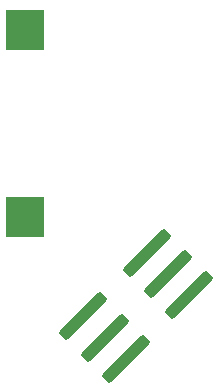
<source format=gtp>
%TF.GenerationSoftware,KiCad,Pcbnew,8.0.4*%
%TF.CreationDate,2024-08-07T01:10:06-04:00*%
%TF.ProjectId,heart-sao,68656172-742d-4736-916f-2e6b69636164,rev?*%
%TF.SameCoordinates,Original*%
%TF.FileFunction,Paste,Top*%
%TF.FilePolarity,Positive*%
%FSLAX46Y46*%
G04 Gerber Fmt 4.6, Leading zero omitted, Abs format (unit mm)*
G04 Created by KiCad (PCBNEW 8.0.4) date 2024-08-07 01:10:06*
%MOMM*%
%LPD*%
G01*
G04 APERTURE LIST*
G04 Aperture macros list*
%AMRoundRect*
0 Rectangle with rounded corners*
0 $1 Rounding radius*
0 $2 $3 $4 $5 $6 $7 $8 $9 X,Y pos of 4 corners*
0 Add a 4 corners polygon primitive as box body*
4,1,4,$2,$3,$4,$5,$6,$7,$8,$9,$2,$3,0*
0 Add four circle primitives for the rounded corners*
1,1,$1+$1,$2,$3*
1,1,$1+$1,$4,$5*
1,1,$1+$1,$6,$7*
1,1,$1+$1,$8,$9*
0 Add four rect primitives between the rounded corners*
20,1,$1+$1,$2,$3,$4,$5,0*
20,1,$1+$1,$4,$5,$6,$7,0*
20,1,$1+$1,$6,$7,$8,$9,0*
20,1,$1+$1,$8,$9,$2,$3,0*%
G04 Aperture macros list end*
%ADD10R,3.300000X3.500000*%
%ADD11RoundRect,0.255000X1.407142X1.767767X-1.767767X-1.407142X-1.407142X-1.767767X1.767767X1.407142X0*%
G04 APERTURE END LIST*
D10*
%TO.C,BT1*%
X130556000Y-90144000D03*
X130556000Y-105944000D03*
%TD*%
D11*
%TO.C,J1*%
X144497549Y-112599304D03*
X139123537Y-117973316D03*
X142701498Y-110803253D03*
X137327486Y-116177265D03*
X140905447Y-109007202D03*
X135531435Y-114381214D03*
%TD*%
M02*

</source>
